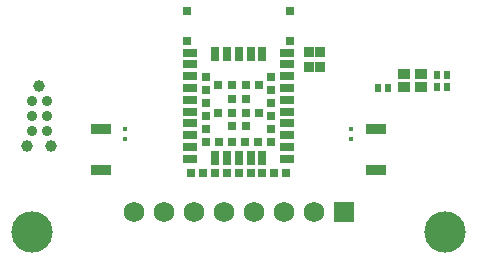
<source format=gts>
G04*
G04 #@! TF.GenerationSoftware,Altium Limited,Altium Designer,21.6.4 (81)*
G04*
G04 Layer_Color=8388736*
%FSLAX44Y44*%
%MOMM*%
G71*
G04*
G04 #@! TF.SameCoordinates,2C076353-3E30-4277-8679-B38F3AF88BA9*
G04*
G04*
G04 #@! TF.FilePolarity,Negative*
G04*
G01*
G75*
%ADD25R,0.8800X0.8400*%
%ADD26R,0.4500X0.4600*%
%ADD27R,0.6200X0.6500*%
%ADD28R,1.8000X0.9000*%
%ADD29C,0.8900*%
%ADD30R,0.8000X0.8000*%
%ADD31R,1.2500X0.8000*%
%ADD32R,0.8000X1.2500*%
%ADD33R,0.8000X0.8000*%
%ADD34R,1.1000X0.9000*%
%ADD35C,3.5000*%
%ADD36C,1.7500*%
%ADD37R,1.7500X1.7500*%
%ADD38C,1.0000*%
D25*
X269166Y165186D02*
D03*
X259366D02*
D03*
X269066Y177186D02*
D03*
X259266D02*
D03*
D26*
X104000Y112200D02*
D03*
Y103800D02*
D03*
X295000Y103800D02*
D03*
Y112200D02*
D03*
D27*
X376000Y158000D02*
D03*
X368000D02*
D03*
X368000Y148000D02*
D03*
X376000D02*
D03*
X326000Y147000D02*
D03*
X318000D02*
D03*
D28*
X83000Y78000D02*
D03*
Y112000D02*
D03*
X316000Y112000D02*
D03*
Y78000D02*
D03*
D29*
X37350Y110900D02*
D03*
X24650D02*
D03*
X37350Y123600D02*
D03*
X24650D02*
D03*
X37350Y136300D02*
D03*
X24650D02*
D03*
D30*
X156500Y187000D02*
D03*
Y212500D02*
D03*
X243500D02*
D03*
Y187000D02*
D03*
X227500Y101500D02*
D03*
Y112500D02*
D03*
Y123500D02*
D03*
Y134500D02*
D03*
Y145500D02*
D03*
X172500D02*
D03*
Y134500D02*
D03*
Y123500D02*
D03*
Y112500D02*
D03*
Y101500D02*
D03*
X183500D02*
D03*
X194500D02*
D03*
X205500D02*
D03*
X216500D02*
D03*
X160000Y75500D02*
D03*
X170000D02*
D03*
X180000D02*
D03*
X190000D02*
D03*
X200000D02*
D03*
X210000D02*
D03*
X220000D02*
D03*
X230000D02*
D03*
X240000D02*
D03*
X227500Y156500D02*
D03*
X172500D02*
D03*
D31*
X241250Y87000D02*
D03*
Y97000D02*
D03*
Y107000D02*
D03*
Y117000D02*
D03*
Y127000D02*
D03*
Y137000D02*
D03*
Y147000D02*
D03*
Y157000D02*
D03*
Y167000D02*
D03*
Y177000D02*
D03*
X158750D02*
D03*
Y167000D02*
D03*
Y157000D02*
D03*
Y147000D02*
D03*
Y137000D02*
D03*
Y127000D02*
D03*
Y117000D02*
D03*
Y107000D02*
D03*
Y97000D02*
D03*
Y87000D02*
D03*
D32*
X180000Y176250D02*
D03*
X190000D02*
D03*
X200000D02*
D03*
X210000D02*
D03*
X220000D02*
D03*
Y87750D02*
D03*
X210000D02*
D03*
X200000D02*
D03*
X190000D02*
D03*
X180000D02*
D03*
D33*
X217250Y149250D02*
D03*
X205750D02*
D03*
X194250D02*
D03*
X182750D02*
D03*
Y126250D02*
D03*
X194250Y137750D02*
D03*
X205750D02*
D03*
Y114750D02*
D03*
X217250Y126250D02*
D03*
X205750D02*
D03*
X194250D02*
D03*
Y114750D02*
D03*
D34*
X339500Y158500D02*
D03*
X354500D02*
D03*
Y147500D02*
D03*
X339500D02*
D03*
D35*
X375000Y25000D02*
D03*
X25000D02*
D03*
D36*
X111100Y41700D02*
D03*
X136500D02*
D03*
X238100D02*
D03*
X263500D02*
D03*
X212700D02*
D03*
X187300D02*
D03*
X161900D02*
D03*
D37*
X288900D02*
D03*
D38*
X20840Y98200D02*
D03*
X41160D02*
D03*
X31000Y149000D02*
D03*
M02*

</source>
